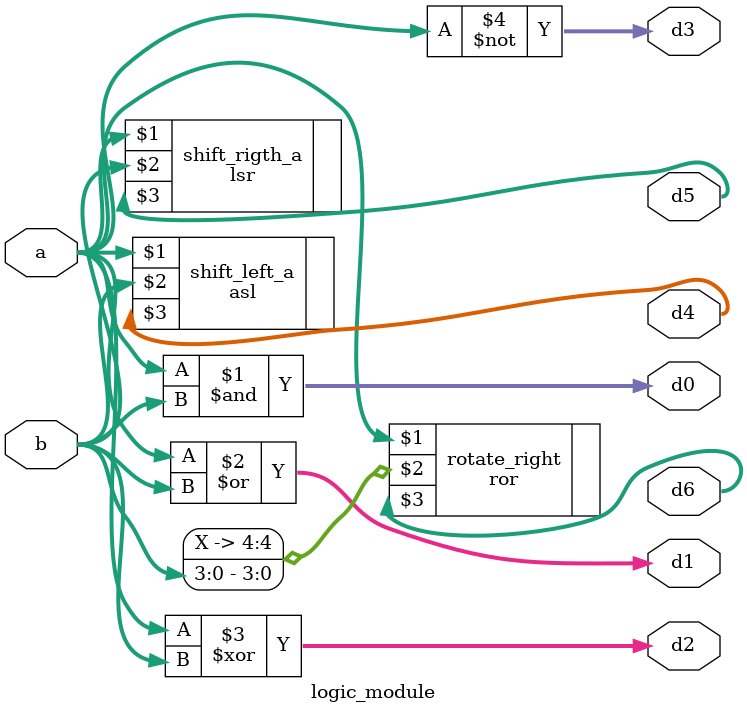
<source format=sv>
module logic_module
	#(parameter N = 4)
	(input logic [N - 1 : 0] a, b, output logic [N : 1 - 0] d0, d1, d2, d3, d4, d5, d6);
	
	assign d0 = a & b;
	assign d1 = a | b;
	assign d2 = a ^ b;
	assign d3 = ~a;
	
	asl #(N) shift_left_a (a, b, d4);
	lsr #(N) shift_rigth_a (a, b, d5);
	ror #(N) rotate_right(a, b[4:0], d6);
	
	
endmodule

</source>
